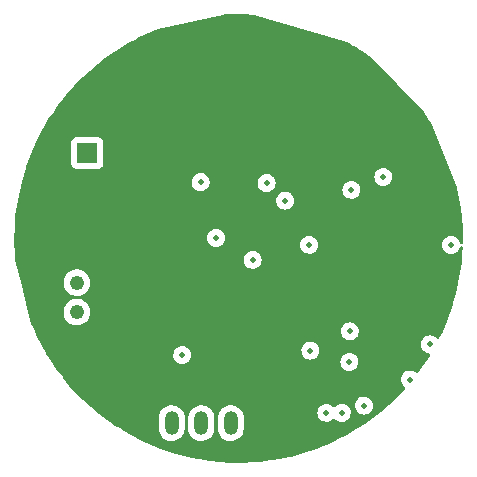
<source format=gbr>
%TF.GenerationSoftware,KiCad,Pcbnew,(6.0.1-0)*%
%TF.CreationDate,2022-04-24T11:22:29+06:00*%
%TF.ProjectId,Sound Sensor,536f756e-6420-4536-956e-736f722e6b69,rev?*%
%TF.SameCoordinates,Original*%
%TF.FileFunction,Copper,L2,Inr*%
%TF.FilePolarity,Positive*%
%FSLAX46Y46*%
G04 Gerber Fmt 4.6, Leading zero omitted, Abs format (unit mm)*
G04 Created by KiCad (PCBNEW (6.0.1-0)) date 2022-04-24 11:22:29*
%MOMM*%
%LPD*%
G01*
G04 APERTURE LIST*
%TA.AperFunction,ComponentPad*%
%ADD10O,1.200000X2.000000*%
%TD*%
%TA.AperFunction,ComponentPad*%
%ADD11R,1.700000X1.700000*%
%TD*%
%TA.AperFunction,ComponentPad*%
%ADD12O,1.700000X1.700000*%
%TD*%
%TA.AperFunction,ComponentPad*%
%ADD13C,1.228000*%
%TD*%
%TA.AperFunction,ViaPad*%
%ADD14C,0.500000*%
%TD*%
G04 APERTURE END LIST*
D10*
X201040000Y-66140000D03*
X203540000Y-66140000D03*
X206040000Y-66140000D03*
D11*
X193900000Y-43275000D03*
D12*
X193900000Y-40735000D03*
D13*
X193000000Y-56750000D03*
X193000000Y-54250000D03*
D14*
X212780000Y-60000000D03*
X216250000Y-46380000D03*
X217300000Y-64660000D03*
X210640000Y-47300000D03*
X203480000Y-45750000D03*
X205407500Y-36987500D03*
X198880000Y-49240000D03*
X214190000Y-44030000D03*
X206480000Y-44450000D03*
X217550000Y-45860000D03*
X212610000Y-66320000D03*
X210690000Y-57810000D03*
X204790000Y-50460000D03*
X222900000Y-59480000D03*
X216110000Y-58380000D03*
X215430000Y-65280000D03*
X221200000Y-62450000D03*
X201930000Y-60370000D03*
X209070000Y-45800000D03*
X207880000Y-52310000D03*
X212660000Y-51040000D03*
X218960000Y-45310000D03*
X214130000Y-65260000D03*
X224690000Y-51050000D03*
X216085000Y-60955000D03*
%TA.AperFunction,Conductor*%
G36*
X207227415Y-31515390D02*
G01*
X207233130Y-31515549D01*
X207305176Y-31519199D01*
X207933299Y-31551017D01*
X207962351Y-31555940D01*
X215852663Y-33867949D01*
X215878125Y-33878556D01*
X216250856Y-34084315D01*
X216255797Y-34087190D01*
X216620738Y-34310826D01*
X216985697Y-34534473D01*
X216990469Y-34537548D01*
X217535288Y-34906418D01*
X217699345Y-35017493D01*
X217704005Y-35020805D01*
X218058487Y-35285028D01*
X218073713Y-35298411D01*
X222262533Y-39625164D01*
X222275093Y-39640354D01*
X222480418Y-39932502D01*
X222483598Y-39937253D01*
X222943551Y-40659234D01*
X222946499Y-40664102D01*
X223080922Y-40897872D01*
X223088620Y-40913733D01*
X225129394Y-45996414D01*
X225172514Y-46103808D01*
X225177683Y-46119635D01*
X225204529Y-46224958D01*
X225205815Y-46230528D01*
X225379409Y-47068781D01*
X225380441Y-47074404D01*
X225515830Y-47919664D01*
X225516606Y-47925328D01*
X225613513Y-48775869D01*
X225614031Y-48781563D01*
X225672254Y-49635599D01*
X225672513Y-49641290D01*
X225690748Y-50444821D01*
X225691953Y-50497927D01*
X225691978Y-50502105D01*
X225687922Y-50889413D01*
X225667208Y-50957321D01*
X225613068Y-51003249D01*
X225542692Y-51012617D01*
X225478424Y-50982449D01*
X225440668Y-50922324D01*
X225436714Y-50902138D01*
X225436221Y-50897738D01*
X225434331Y-50880892D01*
X225429670Y-50867506D01*
X225380686Y-50726846D01*
X225378368Y-50720189D01*
X225372383Y-50710610D01*
X225334399Y-50649825D01*
X225288192Y-50575879D01*
X225273298Y-50560880D01*
X225190365Y-50477366D01*
X225168286Y-50455132D01*
X225152039Y-50444821D01*
X225113406Y-50420304D01*
X225024608Y-50363951D01*
X224864300Y-50306868D01*
X224695329Y-50286720D01*
X224688326Y-50287456D01*
X224688325Y-50287456D01*
X224533101Y-50303770D01*
X224533097Y-50303771D01*
X224526093Y-50304507D01*
X224519422Y-50306778D01*
X224371673Y-50357075D01*
X224371670Y-50357076D01*
X224365003Y-50359346D01*
X224359005Y-50363036D01*
X224359003Y-50363037D01*
X224226065Y-50444821D01*
X224226063Y-50444823D01*
X224220066Y-50448512D01*
X224212057Y-50456355D01*
X224105321Y-50560880D01*
X224098486Y-50567573D01*
X224094675Y-50573487D01*
X224094673Y-50573489D01*
X224010121Y-50704687D01*
X224006304Y-50710610D01*
X223948103Y-50870516D01*
X223926775Y-51039343D01*
X223943381Y-51208699D01*
X223945605Y-51215384D01*
X223945605Y-51215385D01*
X223953735Y-51239825D01*
X223997094Y-51370167D01*
X224000741Y-51376189D01*
X224000742Y-51376191D01*
X224079190Y-51505723D01*
X224085246Y-51515723D01*
X224203455Y-51638132D01*
X224209351Y-51641990D01*
X224328760Y-51720129D01*
X224345846Y-51731310D01*
X224352450Y-51733766D01*
X224352452Y-51733767D01*
X224388844Y-51747301D01*
X224505341Y-51790626D01*
X224674015Y-51813132D01*
X224681026Y-51812494D01*
X224681030Y-51812494D01*
X224836462Y-51798348D01*
X224843483Y-51797709D01*
X224850185Y-51795531D01*
X224850187Y-51795531D01*
X224998623Y-51747301D01*
X224998626Y-51747300D01*
X225005322Y-51745124D01*
X225151490Y-51657990D01*
X225156584Y-51653139D01*
X225156588Y-51653136D01*
X225244694Y-51569233D01*
X225274721Y-51540639D01*
X225368891Y-51398902D01*
X225426741Y-51246612D01*
X225469630Y-51190034D01*
X225536299Y-51165625D01*
X225605580Y-51181135D01*
X225655479Y-51231639D01*
X225670409Y-51296852D01*
X225651179Y-51737301D01*
X225650370Y-51755819D01*
X225649992Y-51761508D01*
X225584100Y-52499825D01*
X225573895Y-52614165D01*
X225573260Y-52619830D01*
X225523034Y-52991310D01*
X225458561Y-53468161D01*
X225457667Y-53473808D01*
X225304603Y-54316064D01*
X225303453Y-54321664D01*
X225112341Y-55156104D01*
X225110938Y-55161647D01*
X224882178Y-55986529D01*
X224880526Y-55992002D01*
X224833453Y-56136024D01*
X224614566Y-56805708D01*
X224612685Y-56811050D01*
X224357584Y-57486156D01*
X224310085Y-57611858D01*
X224307944Y-57617156D01*
X223980982Y-58376355D01*
X223969342Y-58403382D01*
X223966968Y-58408567D01*
X223817337Y-58716720D01*
X223695820Y-58966974D01*
X223648072Y-59019516D01*
X223579497Y-59037902D01*
X223511869Y-59016295D01*
X223493070Y-59000721D01*
X223383248Y-58890129D01*
X223378286Y-58885132D01*
X223363106Y-58875498D01*
X223306697Y-58839700D01*
X223234608Y-58793951D01*
X223074300Y-58736868D01*
X222905329Y-58716720D01*
X222898326Y-58717456D01*
X222898325Y-58717456D01*
X222743101Y-58733770D01*
X222743097Y-58733771D01*
X222736093Y-58734507D01*
X222729422Y-58736778D01*
X222581673Y-58787075D01*
X222581670Y-58787076D01*
X222575003Y-58789346D01*
X222569005Y-58793036D01*
X222569003Y-58793037D01*
X222436065Y-58874821D01*
X222436063Y-58874823D01*
X222430066Y-58878512D01*
X222308486Y-58997573D01*
X222304675Y-59003487D01*
X222304673Y-59003489D01*
X222282495Y-59037902D01*
X222216304Y-59140610D01*
X222158103Y-59300516D01*
X222136775Y-59469343D01*
X222153381Y-59638699D01*
X222155605Y-59645384D01*
X222155605Y-59645385D01*
X222168130Y-59683037D01*
X222207094Y-59800167D01*
X222210741Y-59806189D01*
X222210742Y-59806191D01*
X222229941Y-59837891D01*
X222295246Y-59945723D01*
X222413455Y-60068132D01*
X222555846Y-60161310D01*
X222562450Y-60163766D01*
X222562452Y-60163767D01*
X222616580Y-60183897D01*
X222715341Y-60220626D01*
X222722324Y-60221558D01*
X222722325Y-60221558D01*
X222797954Y-60231649D01*
X222862830Y-60260485D01*
X222901819Y-60319818D01*
X222902539Y-60390811D01*
X222889179Y-60421625D01*
X222736946Y-60673985D01*
X222733882Y-60678812D01*
X222258930Y-61390973D01*
X222255651Y-61395657D01*
X221903335Y-61875277D01*
X221846886Y-61918336D01*
X221776119Y-61924041D01*
X221712382Y-61889467D01*
X221683248Y-61860129D01*
X221678286Y-61855132D01*
X221662039Y-61844821D01*
X221623406Y-61820304D01*
X221534608Y-61763951D01*
X221374300Y-61706868D01*
X221205329Y-61686720D01*
X221198326Y-61687456D01*
X221198325Y-61687456D01*
X221043101Y-61703770D01*
X221043097Y-61703771D01*
X221036093Y-61704507D01*
X221029422Y-61706778D01*
X220881673Y-61757075D01*
X220881670Y-61757076D01*
X220875003Y-61759346D01*
X220869005Y-61763036D01*
X220869003Y-61763037D01*
X220736065Y-61844821D01*
X220736063Y-61844823D01*
X220730066Y-61848512D01*
X220608486Y-61967573D01*
X220604675Y-61973487D01*
X220604673Y-61973489D01*
X220588321Y-61998862D01*
X220516304Y-62110610D01*
X220458103Y-62270516D01*
X220436775Y-62439343D01*
X220453381Y-62608699D01*
X220507094Y-62770167D01*
X220595246Y-62915723D01*
X220713455Y-63038132D01*
X220719351Y-63041990D01*
X220719352Y-63041991D01*
X220746813Y-63059961D01*
X220792862Y-63113998D01*
X220802385Y-63184353D01*
X220772190Y-63248882D01*
X220636884Y-63401818D01*
X220633015Y-63405995D01*
X220445704Y-63599285D01*
X220037502Y-64020518D01*
X220037275Y-64020752D01*
X220033211Y-64024759D01*
X219837053Y-64209609D01*
X219410211Y-64611844D01*
X219405962Y-64615670D01*
X218756970Y-65173891D01*
X218752552Y-65177520D01*
X218078919Y-65705715D01*
X218074342Y-65709139D01*
X217377404Y-66206261D01*
X217372675Y-66209475D01*
X216653940Y-66674445D01*
X216649070Y-66677441D01*
X215909980Y-67109330D01*
X215904980Y-67112102D01*
X215147031Y-67510035D01*
X215141930Y-67512567D01*
X214845656Y-67651352D01*
X214366719Y-67875702D01*
X214361488Y-67878009D01*
X213570608Y-68205603D01*
X213565278Y-68207670D01*
X212760370Y-68499042D01*
X212754951Y-68500866D01*
X211937636Y-68755431D01*
X211932140Y-68757007D01*
X211104125Y-68974232D01*
X211098564Y-68975557D01*
X210474705Y-69109301D01*
X210263669Y-69154544D01*
X210260424Y-69155194D01*
X210255262Y-69156159D01*
X210252943Y-69156570D01*
X209411609Y-69297361D01*
X209405970Y-69298174D01*
X208949701Y-69353388D01*
X208556135Y-69401015D01*
X208550445Y-69401573D01*
X207696833Y-69465756D01*
X207691124Y-69466056D01*
X207214325Y-69480207D01*
X206835416Y-69491453D01*
X206829719Y-69491492D01*
X206175937Y-69481221D01*
X205973808Y-69478046D01*
X205968095Y-69477827D01*
X205113652Y-69425567D01*
X205107955Y-69425089D01*
X204256744Y-69334121D01*
X204251074Y-69333384D01*
X203471254Y-69214055D01*
X203463957Y-69212718D01*
X203191979Y-69154541D01*
X202085630Y-68917889D01*
X202081798Y-68917004D01*
X201723256Y-68828274D01*
X201717781Y-68826787D01*
X201079925Y-68637845D01*
X200896987Y-68583656D01*
X200891544Y-68581909D01*
X200637918Y-68494084D01*
X200082608Y-68301791D01*
X200077276Y-68299808D01*
X199679577Y-68141544D01*
X199281891Y-67983285D01*
X199276628Y-67981051D01*
X198496421Y-67628774D01*
X198491292Y-67626317D01*
X197727828Y-67238990D01*
X197722834Y-67236311D01*
X197719598Y-67234480D01*
X196977753Y-66814764D01*
X196972863Y-66811848D01*
X196623743Y-66592846D01*
X199931500Y-66592846D01*
X199946548Y-66750566D01*
X200006092Y-66953534D01*
X200102942Y-67141580D01*
X200233604Y-67307920D01*
X200238135Y-67311852D01*
X200238138Y-67311855D01*
X200324058Y-67386412D01*
X200393363Y-67446552D01*
X200398549Y-67449552D01*
X200398553Y-67449555D01*
X200560665Y-67543339D01*
X200576454Y-67552473D01*
X200776271Y-67621861D01*
X200782206Y-67622722D01*
X200782208Y-67622722D01*
X200979664Y-67651352D01*
X200979667Y-67651352D01*
X200985604Y-67652213D01*
X201196899Y-67642433D01*
X201328077Y-67610819D01*
X201396701Y-67594281D01*
X201396703Y-67594280D01*
X201402534Y-67592875D01*
X201407992Y-67590393D01*
X201407996Y-67590392D01*
X201584741Y-67510030D01*
X201595087Y-67505326D01*
X201767611Y-67382946D01*
X201913881Y-67230150D01*
X202028620Y-67052452D01*
X202070801Y-66947786D01*
X202105442Y-66861832D01*
X202105443Y-66861829D01*
X202107686Y-66856263D01*
X202148228Y-66648663D01*
X202148500Y-66643101D01*
X202148500Y-66592846D01*
X202431500Y-66592846D01*
X202446548Y-66750566D01*
X202506092Y-66953534D01*
X202602942Y-67141580D01*
X202733604Y-67307920D01*
X202738135Y-67311852D01*
X202738138Y-67311855D01*
X202824058Y-67386412D01*
X202893363Y-67446552D01*
X202898549Y-67449552D01*
X202898553Y-67449555D01*
X203060665Y-67543339D01*
X203076454Y-67552473D01*
X203276271Y-67621861D01*
X203282206Y-67622722D01*
X203282208Y-67622722D01*
X203479664Y-67651352D01*
X203479667Y-67651352D01*
X203485604Y-67652213D01*
X203696899Y-67642433D01*
X203828077Y-67610819D01*
X203896701Y-67594281D01*
X203896703Y-67594280D01*
X203902534Y-67592875D01*
X203907992Y-67590393D01*
X203907996Y-67590392D01*
X204084741Y-67510030D01*
X204095087Y-67505326D01*
X204267611Y-67382946D01*
X204413881Y-67230150D01*
X204528620Y-67052452D01*
X204570801Y-66947786D01*
X204605442Y-66861832D01*
X204605443Y-66861829D01*
X204607686Y-66856263D01*
X204648228Y-66648663D01*
X204648500Y-66643101D01*
X204648500Y-66592846D01*
X204931500Y-66592846D01*
X204946548Y-66750566D01*
X205006092Y-66953534D01*
X205102942Y-67141580D01*
X205233604Y-67307920D01*
X205238135Y-67311852D01*
X205238138Y-67311855D01*
X205324058Y-67386412D01*
X205393363Y-67446552D01*
X205398549Y-67449552D01*
X205398553Y-67449555D01*
X205560665Y-67543339D01*
X205576454Y-67552473D01*
X205776271Y-67621861D01*
X205782206Y-67622722D01*
X205782208Y-67622722D01*
X205979664Y-67651352D01*
X205979667Y-67651352D01*
X205985604Y-67652213D01*
X206196899Y-67642433D01*
X206328077Y-67610819D01*
X206396701Y-67594281D01*
X206396703Y-67594280D01*
X206402534Y-67592875D01*
X206407992Y-67590393D01*
X206407996Y-67590392D01*
X206584741Y-67510030D01*
X206595087Y-67505326D01*
X206767611Y-67382946D01*
X206913881Y-67230150D01*
X207028620Y-67052452D01*
X207070801Y-66947786D01*
X207105442Y-66861832D01*
X207105443Y-66861829D01*
X207107686Y-66856263D01*
X207148228Y-66648663D01*
X207148500Y-66643101D01*
X207148500Y-65687154D01*
X207133452Y-65529434D01*
X207073908Y-65326466D01*
X207058921Y-65297366D01*
X207034188Y-65249343D01*
X213366775Y-65249343D01*
X213383381Y-65418699D01*
X213437094Y-65580167D01*
X213440741Y-65586189D01*
X213440742Y-65586191D01*
X213514204Y-65707490D01*
X213525246Y-65725723D01*
X213643455Y-65848132D01*
X213785846Y-65941310D01*
X213792450Y-65943766D01*
X213792452Y-65943767D01*
X213828844Y-65957301D01*
X213945341Y-66000626D01*
X214114015Y-66023132D01*
X214121026Y-66022494D01*
X214121030Y-66022494D01*
X214276462Y-66008348D01*
X214283483Y-66007709D01*
X214290185Y-66005531D01*
X214290187Y-66005531D01*
X214438623Y-65957301D01*
X214438626Y-65957300D01*
X214445322Y-65955124D01*
X214591490Y-65867990D01*
X214642768Y-65819159D01*
X214684160Y-65779742D01*
X214747285Y-65747250D01*
X214817956Y-65754044D01*
X214861689Y-65783461D01*
X214943455Y-65868132D01*
X214949351Y-65871990D01*
X215079720Y-65957301D01*
X215085846Y-65961310D01*
X215092450Y-65963766D01*
X215092452Y-65963767D01*
X215128844Y-65977301D01*
X215245341Y-66020626D01*
X215414015Y-66043132D01*
X215421026Y-66042494D01*
X215421030Y-66042494D01*
X215576462Y-66028348D01*
X215583483Y-66027709D01*
X215590185Y-66025531D01*
X215590187Y-66025531D01*
X215738623Y-65977301D01*
X215738626Y-65977300D01*
X215745322Y-65975124D01*
X215891490Y-65887990D01*
X215896584Y-65883139D01*
X215896588Y-65883136D01*
X215963833Y-65819099D01*
X216014721Y-65770639D01*
X216057857Y-65705715D01*
X216087386Y-65661269D01*
X216108891Y-65628902D01*
X216169319Y-65469825D01*
X216193001Y-65301313D01*
X216193299Y-65280000D01*
X216174331Y-65110892D01*
X216118368Y-64950189D01*
X216028192Y-64805879D01*
X216009033Y-64786585D01*
X215913248Y-64690129D01*
X215908286Y-64685132D01*
X215902269Y-64681313D01*
X215851892Y-64649343D01*
X216536775Y-64649343D01*
X216553381Y-64818699D01*
X216607094Y-64980167D01*
X216610741Y-64986189D01*
X216610742Y-64986191D01*
X216690503Y-65117891D01*
X216695246Y-65125723D01*
X216813455Y-65248132D01*
X216955846Y-65341310D01*
X216962450Y-65343766D01*
X216962452Y-65343767D01*
X216998844Y-65357301D01*
X217115341Y-65400626D01*
X217284015Y-65423132D01*
X217291026Y-65422494D01*
X217291030Y-65422494D01*
X217446462Y-65408348D01*
X217453483Y-65407709D01*
X217460185Y-65405531D01*
X217460187Y-65405531D01*
X217608623Y-65357301D01*
X217608626Y-65357300D01*
X217615322Y-65355124D01*
X217761490Y-65267990D01*
X217766584Y-65263139D01*
X217766588Y-65263136D01*
X217860304Y-65173891D01*
X217884721Y-65150639D01*
X217889298Y-65143751D01*
X217974990Y-65014773D01*
X217978891Y-65008902D01*
X218039319Y-64849825D01*
X218063001Y-64681313D01*
X218063157Y-64670129D01*
X218063244Y-64663961D01*
X218063244Y-64663955D01*
X218063299Y-64660000D01*
X218044331Y-64490892D01*
X217988368Y-64330189D01*
X217982383Y-64320610D01*
X217913020Y-64209609D01*
X217898192Y-64185879D01*
X217778286Y-64065132D01*
X217762039Y-64054821D01*
X217707986Y-64020518D01*
X217634608Y-63973951D01*
X217474300Y-63916868D01*
X217305329Y-63896720D01*
X217298326Y-63897456D01*
X217298325Y-63897456D01*
X217143101Y-63913770D01*
X217143097Y-63913771D01*
X217136093Y-63914507D01*
X217129422Y-63916778D01*
X216981673Y-63967075D01*
X216981670Y-63967076D01*
X216975003Y-63969346D01*
X216969005Y-63973036D01*
X216969003Y-63973037D01*
X216836065Y-64054821D01*
X216836063Y-64054823D01*
X216830066Y-64058512D01*
X216708486Y-64177573D01*
X216704675Y-64183487D01*
X216704673Y-64183489D01*
X216687840Y-64209609D01*
X216616304Y-64320610D01*
X216558103Y-64480516D01*
X216536775Y-64649343D01*
X215851892Y-64649343D01*
X215840871Y-64642349D01*
X215764608Y-64593951D01*
X215604300Y-64536868D01*
X215435329Y-64516720D01*
X215428326Y-64517456D01*
X215428325Y-64517456D01*
X215273101Y-64533770D01*
X215273097Y-64533771D01*
X215266093Y-64534507D01*
X215259422Y-64536778D01*
X215111673Y-64587075D01*
X215111670Y-64587076D01*
X215105003Y-64589346D01*
X215099005Y-64593036D01*
X215099003Y-64593037D01*
X214966065Y-64674821D01*
X214966063Y-64674823D01*
X214960066Y-64678512D01*
X214879120Y-64757781D01*
X214877854Y-64759021D01*
X214815189Y-64792391D01*
X214744430Y-64786585D01*
X214700290Y-64757781D01*
X214633109Y-64690129D01*
X214608286Y-64665132D01*
X214600367Y-64660106D01*
X214553406Y-64630304D01*
X214464608Y-64573951D01*
X214304300Y-64516868D01*
X214135329Y-64496720D01*
X214128326Y-64497456D01*
X214128325Y-64497456D01*
X213973101Y-64513770D01*
X213973097Y-64513771D01*
X213966093Y-64514507D01*
X213959422Y-64516778D01*
X213811673Y-64567075D01*
X213811670Y-64567076D01*
X213805003Y-64569346D01*
X213799005Y-64573036D01*
X213799003Y-64573037D01*
X213666065Y-64654821D01*
X213666063Y-64654823D01*
X213660066Y-64658512D01*
X213630848Y-64687125D01*
X213557431Y-64759021D01*
X213538486Y-64777573D01*
X213534675Y-64783487D01*
X213534673Y-64783489D01*
X213461485Y-64897054D01*
X213446304Y-64920610D01*
X213416566Y-65002314D01*
X213399265Y-65049850D01*
X213388103Y-65080516D01*
X213366775Y-65249343D01*
X207034188Y-65249343D01*
X206979804Y-65143751D01*
X206979802Y-65143748D01*
X206977058Y-65138420D01*
X206846396Y-64972080D01*
X206841865Y-64968148D01*
X206841862Y-64968145D01*
X206691167Y-64837379D01*
X206686637Y-64833448D01*
X206681451Y-64830448D01*
X206681447Y-64830445D01*
X206508742Y-64730533D01*
X206503546Y-64727527D01*
X206303729Y-64658139D01*
X206297794Y-64657278D01*
X206297792Y-64657278D01*
X206100336Y-64628648D01*
X206100333Y-64628648D01*
X206094396Y-64627787D01*
X205883101Y-64637567D01*
X205751923Y-64669181D01*
X205683299Y-64685719D01*
X205683297Y-64685720D01*
X205677466Y-64687125D01*
X205672008Y-64689607D01*
X205672004Y-64689608D01*
X205556959Y-64741916D01*
X205484913Y-64774674D01*
X205402057Y-64833448D01*
X205338254Y-64878707D01*
X205312389Y-64897054D01*
X205166119Y-65049850D01*
X205051380Y-65227548D01*
X205033629Y-65271594D01*
X204999966Y-65355124D01*
X204972314Y-65423737D01*
X204931772Y-65631337D01*
X204931500Y-65636899D01*
X204931500Y-66592846D01*
X204648500Y-66592846D01*
X204648500Y-65687154D01*
X204633452Y-65529434D01*
X204573908Y-65326466D01*
X204558921Y-65297366D01*
X204479804Y-65143751D01*
X204479802Y-65143748D01*
X204477058Y-65138420D01*
X204346396Y-64972080D01*
X204341865Y-64968148D01*
X204341862Y-64968145D01*
X204191167Y-64837379D01*
X204186637Y-64833448D01*
X204181451Y-64830448D01*
X204181447Y-64830445D01*
X204008742Y-64730533D01*
X204003546Y-64727527D01*
X203803729Y-64658139D01*
X203797794Y-64657278D01*
X203797792Y-64657278D01*
X203600336Y-64628648D01*
X203600333Y-64628648D01*
X203594396Y-64627787D01*
X203383101Y-64637567D01*
X203251923Y-64669181D01*
X203183299Y-64685719D01*
X203183297Y-64685720D01*
X203177466Y-64687125D01*
X203172008Y-64689607D01*
X203172004Y-64689608D01*
X203056959Y-64741916D01*
X202984913Y-64774674D01*
X202902057Y-64833448D01*
X202838254Y-64878707D01*
X202812389Y-64897054D01*
X202666119Y-65049850D01*
X202551380Y-65227548D01*
X202533629Y-65271594D01*
X202499966Y-65355124D01*
X202472314Y-65423737D01*
X202431772Y-65631337D01*
X202431500Y-65636899D01*
X202431500Y-66592846D01*
X202148500Y-66592846D01*
X202148500Y-65687154D01*
X202133452Y-65529434D01*
X202073908Y-65326466D01*
X202058921Y-65297366D01*
X201979804Y-65143751D01*
X201979802Y-65143748D01*
X201977058Y-65138420D01*
X201846396Y-64972080D01*
X201841865Y-64968148D01*
X201841862Y-64968145D01*
X201691167Y-64837379D01*
X201686637Y-64833448D01*
X201681451Y-64830448D01*
X201681447Y-64830445D01*
X201508742Y-64730533D01*
X201503546Y-64727527D01*
X201303729Y-64658139D01*
X201297794Y-64657278D01*
X201297792Y-64657278D01*
X201100336Y-64628648D01*
X201100333Y-64628648D01*
X201094396Y-64627787D01*
X200883101Y-64637567D01*
X200751923Y-64669181D01*
X200683299Y-64685719D01*
X200683297Y-64685720D01*
X200677466Y-64687125D01*
X200672008Y-64689607D01*
X200672004Y-64689608D01*
X200556959Y-64741916D01*
X200484913Y-64774674D01*
X200402057Y-64833448D01*
X200338254Y-64878707D01*
X200312389Y-64897054D01*
X200166119Y-65049850D01*
X200051380Y-65227548D01*
X200033629Y-65271594D01*
X199999966Y-65355124D01*
X199972314Y-65423737D01*
X199931772Y-65631337D01*
X199931500Y-65636899D01*
X199931500Y-66592846D01*
X196623743Y-66592846D01*
X196247695Y-66356952D01*
X196242922Y-66353805D01*
X196029841Y-66206261D01*
X195539135Y-65866480D01*
X195534529Y-65863135D01*
X194853550Y-65344367D01*
X194849082Y-65340800D01*
X194192354Y-64791690D01*
X194188053Y-64787924D01*
X193556933Y-64209609D01*
X193552806Y-64205652D01*
X192948552Y-63599285D01*
X192944610Y-63595145D01*
X192368470Y-62961976D01*
X192364731Y-62957675D01*
X191817915Y-62299033D01*
X191814373Y-62294564D01*
X191801473Y-62277506D01*
X191297990Y-61611783D01*
X191294653Y-61607155D01*
X191264300Y-61562990D01*
X190968428Y-61132494D01*
X190809786Y-60901669D01*
X190806656Y-60896885D01*
X190472065Y-60359343D01*
X201166775Y-60359343D01*
X201183381Y-60528699D01*
X201237094Y-60690167D01*
X201240741Y-60696189D01*
X201240742Y-60696191D01*
X201293017Y-60782506D01*
X201325246Y-60835723D01*
X201443455Y-60958132D01*
X201585846Y-61051310D01*
X201592450Y-61053766D01*
X201592452Y-61053767D01*
X201628844Y-61067301D01*
X201745341Y-61110626D01*
X201914015Y-61133132D01*
X201921026Y-61132494D01*
X201921030Y-61132494D01*
X202076462Y-61118348D01*
X202083483Y-61117709D01*
X202090185Y-61115531D01*
X202090187Y-61115531D01*
X202238623Y-61067301D01*
X202238626Y-61067300D01*
X202245322Y-61065124D01*
X202391490Y-60977990D01*
X202396584Y-60973139D01*
X202396588Y-60973136D01*
X202426823Y-60944343D01*
X215321775Y-60944343D01*
X215338381Y-61113699D01*
X215392094Y-61275167D01*
X215395741Y-61281189D01*
X215395742Y-61281191D01*
X215463677Y-61393364D01*
X215480246Y-61420723D01*
X215598455Y-61543132D01*
X215604351Y-61546990D01*
X215703379Y-61611792D01*
X215740846Y-61636310D01*
X215747450Y-61638766D01*
X215747452Y-61638767D01*
X215783844Y-61652301D01*
X215900341Y-61695626D01*
X216069015Y-61718132D01*
X216076026Y-61717494D01*
X216076030Y-61717494D01*
X216231462Y-61703348D01*
X216238483Y-61702709D01*
X216245185Y-61700531D01*
X216245187Y-61700531D01*
X216393623Y-61652301D01*
X216393626Y-61652300D01*
X216400322Y-61650124D01*
X216546490Y-61562990D01*
X216551584Y-61558139D01*
X216551588Y-61558136D01*
X216618833Y-61494099D01*
X216669721Y-61445639D01*
X216704453Y-61393364D01*
X216759990Y-61309773D01*
X216763891Y-61303902D01*
X216824319Y-61144825D01*
X216848001Y-60976313D01*
X216848118Y-60967964D01*
X216848244Y-60958961D01*
X216848244Y-60958955D01*
X216848299Y-60955000D01*
X216829331Y-60785892D01*
X216806003Y-60718902D01*
X216793767Y-60683767D01*
X216773368Y-60625189D01*
X216767383Y-60615610D01*
X216736641Y-60566414D01*
X216683192Y-60480879D01*
X216563286Y-60360132D01*
X216547039Y-60349821D01*
X216499761Y-60319818D01*
X216419608Y-60268951D01*
X216259300Y-60211868D01*
X216090329Y-60191720D01*
X216083326Y-60192456D01*
X216083325Y-60192456D01*
X215928101Y-60208770D01*
X215928097Y-60208771D01*
X215921093Y-60209507D01*
X215914422Y-60211778D01*
X215766673Y-60262075D01*
X215766670Y-60262076D01*
X215760003Y-60264346D01*
X215754005Y-60268036D01*
X215754003Y-60268037D01*
X215621065Y-60349821D01*
X215621063Y-60349823D01*
X215615066Y-60353512D01*
X215493486Y-60472573D01*
X215489675Y-60478487D01*
X215489673Y-60478489D01*
X215416526Y-60591990D01*
X215401304Y-60615610D01*
X215343103Y-60775516D01*
X215321775Y-60944343D01*
X202426823Y-60944343D01*
X202476659Y-60896885D01*
X202514721Y-60860639D01*
X202608891Y-60718902D01*
X202669319Y-60559825D01*
X202693001Y-60391313D01*
X202693299Y-60370000D01*
X202674331Y-60200892D01*
X202671428Y-60192554D01*
X202620686Y-60046846D01*
X202618368Y-60040189D01*
X202612383Y-60030610D01*
X202590420Y-59995464D01*
X202586595Y-59989343D01*
X212016775Y-59989343D01*
X212033381Y-60158699D01*
X212035605Y-60165384D01*
X212035605Y-60165385D01*
X212044610Y-60192456D01*
X212087094Y-60320167D01*
X212090741Y-60326189D01*
X212090742Y-60326191D01*
X212132550Y-60395223D01*
X212175246Y-60465723D01*
X212293455Y-60588132D01*
X212435846Y-60681310D01*
X212442450Y-60683766D01*
X212442452Y-60683767D01*
X212478844Y-60697301D01*
X212595341Y-60740626D01*
X212764015Y-60763132D01*
X212771026Y-60762494D01*
X212771030Y-60762494D01*
X212926462Y-60748348D01*
X212933483Y-60747709D01*
X212940185Y-60745531D01*
X212940187Y-60745531D01*
X213088623Y-60697301D01*
X213088626Y-60697300D01*
X213095322Y-60695124D01*
X213241490Y-60607990D01*
X213246584Y-60603139D01*
X213246588Y-60603136D01*
X213332114Y-60521690D01*
X213364721Y-60490639D01*
X213372794Y-60478489D01*
X213431047Y-60390811D01*
X213458891Y-60348902D01*
X213519319Y-60189825D01*
X213543001Y-60021313D01*
X213543299Y-60000000D01*
X213524331Y-59830892D01*
X213468368Y-59670189D01*
X213462383Y-59660610D01*
X213429229Y-59607554D01*
X213378192Y-59525879D01*
X213258286Y-59405132D01*
X213242039Y-59394821D01*
X213203406Y-59370304D01*
X213114608Y-59313951D01*
X212954300Y-59256868D01*
X212785329Y-59236720D01*
X212778326Y-59237456D01*
X212778325Y-59237456D01*
X212623101Y-59253770D01*
X212623097Y-59253771D01*
X212616093Y-59254507D01*
X212609422Y-59256778D01*
X212461673Y-59307075D01*
X212461670Y-59307076D01*
X212455003Y-59309346D01*
X212449005Y-59313036D01*
X212449003Y-59313037D01*
X212316065Y-59394821D01*
X212316063Y-59394823D01*
X212310066Y-59398512D01*
X212188486Y-59517573D01*
X212184675Y-59523487D01*
X212184673Y-59523489D01*
X212120046Y-59623770D01*
X212096304Y-59660610D01*
X212038103Y-59820516D01*
X212016775Y-59989343D01*
X202586595Y-59989343D01*
X202528192Y-59895879D01*
X202408286Y-59775132D01*
X202392039Y-59764821D01*
X202353406Y-59740304D01*
X202264608Y-59683951D01*
X202104300Y-59626868D01*
X201935329Y-59606720D01*
X201928326Y-59607456D01*
X201928325Y-59607456D01*
X201773101Y-59623770D01*
X201773097Y-59623771D01*
X201766093Y-59624507D01*
X201759422Y-59626778D01*
X201611673Y-59677075D01*
X201611670Y-59677076D01*
X201605003Y-59679346D01*
X201599005Y-59683036D01*
X201599003Y-59683037D01*
X201466065Y-59764821D01*
X201466063Y-59764823D01*
X201460066Y-59768512D01*
X201338486Y-59887573D01*
X201334675Y-59893487D01*
X201334673Y-59893489D01*
X201250121Y-60024687D01*
X201246304Y-60030610D01*
X201243894Y-60037232D01*
X201202235Y-60151690D01*
X201188103Y-60190516D01*
X201166775Y-60359343D01*
X190472065Y-60359343D01*
X190414329Y-60266586D01*
X190354302Y-60170149D01*
X190351394Y-60165233D01*
X190284959Y-60046846D01*
X190154234Y-59813897D01*
X189932458Y-59418696D01*
X189929774Y-59413648D01*
X189545140Y-58648889D01*
X189542688Y-58643725D01*
X189419951Y-58369343D01*
X215346775Y-58369343D01*
X215363381Y-58538699D01*
X215417094Y-58700167D01*
X215420741Y-58706189D01*
X215420742Y-58706191D01*
X215473892Y-58793951D01*
X215505246Y-58845723D01*
X215623455Y-58968132D01*
X215765846Y-59061310D01*
X215772450Y-59063766D01*
X215772452Y-59063767D01*
X215808844Y-59077301D01*
X215925341Y-59120626D01*
X216094015Y-59143132D01*
X216101026Y-59142494D01*
X216101030Y-59142494D01*
X216256462Y-59128348D01*
X216263483Y-59127709D01*
X216270185Y-59125531D01*
X216270187Y-59125531D01*
X216418623Y-59077301D01*
X216418626Y-59077300D01*
X216425322Y-59075124D01*
X216571490Y-58987990D01*
X216576584Y-58983139D01*
X216576588Y-58983136D01*
X216674254Y-58890129D01*
X216694721Y-58870639D01*
X216788891Y-58728902D01*
X216849319Y-58569825D01*
X216873001Y-58401313D01*
X216873299Y-58380000D01*
X216854331Y-58210892D01*
X216798368Y-58050189D01*
X216792383Y-58040610D01*
X216770420Y-58005464D01*
X216708192Y-57905879D01*
X216664928Y-57862311D01*
X216593248Y-57790129D01*
X216588286Y-57785132D01*
X216575517Y-57777028D01*
X216513214Y-57737490D01*
X216444608Y-57693951D01*
X216284300Y-57636868D01*
X216115329Y-57616720D01*
X216108326Y-57617456D01*
X216108325Y-57617456D01*
X215953101Y-57633770D01*
X215953097Y-57633771D01*
X215946093Y-57634507D01*
X215939422Y-57636778D01*
X215791673Y-57687075D01*
X215791670Y-57687076D01*
X215785003Y-57689346D01*
X215779005Y-57693036D01*
X215779003Y-57693037D01*
X215646065Y-57774821D01*
X215646063Y-57774823D01*
X215640066Y-57778512D01*
X215518486Y-57897573D01*
X215426304Y-58040610D01*
X215368103Y-58200516D01*
X215346775Y-58369343D01*
X189419951Y-58369343D01*
X189193145Y-57862311D01*
X189190930Y-57857041D01*
X189140352Y-57728643D01*
X189135308Y-57712867D01*
X188888628Y-56720490D01*
X191873077Y-56720490D01*
X191886570Y-56926350D01*
X191937352Y-57126303D01*
X192023722Y-57313654D01*
X192142788Y-57482129D01*
X192146922Y-57486156D01*
X192278699Y-57614528D01*
X192290561Y-57626084D01*
X192295364Y-57629293D01*
X192295365Y-57629294D01*
X192310240Y-57639233D01*
X192462095Y-57740698D01*
X192541517Y-57774821D01*
X192646332Y-57819854D01*
X192646336Y-57819855D01*
X192651642Y-57822135D01*
X192657274Y-57823409D01*
X192657276Y-57823410D01*
X192847220Y-57866390D01*
X192847225Y-57866391D01*
X192852857Y-57867665D01*
X192858628Y-57867892D01*
X192858630Y-57867892D01*
X192922513Y-57870402D01*
X193058999Y-57875764D01*
X193169817Y-57859696D01*
X193257451Y-57846990D01*
X193257456Y-57846989D01*
X193263165Y-57846161D01*
X193268629Y-57844306D01*
X193268634Y-57844305D01*
X193428231Y-57790129D01*
X193458518Y-57779848D01*
X193638515Y-57679045D01*
X193797128Y-57547128D01*
X193929045Y-57388515D01*
X194029848Y-57208518D01*
X194096161Y-57013165D01*
X194125764Y-56808999D01*
X194127309Y-56750000D01*
X194108432Y-56544564D01*
X194101885Y-56521348D01*
X194054003Y-56351574D01*
X194052434Y-56346009D01*
X193961189Y-56160983D01*
X193837754Y-55995683D01*
X193830841Y-55989292D01*
X193690497Y-55859561D01*
X193686262Y-55855646D01*
X193511788Y-55745560D01*
X193320173Y-55669114D01*
X193314513Y-55667988D01*
X193314509Y-55667987D01*
X193123504Y-55629994D01*
X193123499Y-55629994D01*
X193117836Y-55628867D01*
X193112061Y-55628791D01*
X193112057Y-55628791D01*
X193008575Y-55627436D01*
X192911552Y-55626166D01*
X192905855Y-55627145D01*
X192905854Y-55627145D01*
X192896275Y-55628791D01*
X192708231Y-55661103D01*
X192514681Y-55732507D01*
X192509720Y-55735459D01*
X192509719Y-55735459D01*
X192342352Y-55835032D01*
X192342349Y-55835034D01*
X192337384Y-55837988D01*
X192333044Y-55841794D01*
X192333040Y-55841797D01*
X192186620Y-55970205D01*
X192182279Y-55974012D01*
X192054559Y-56136024D01*
X192051870Y-56141135D01*
X192051868Y-56141138D01*
X191999510Y-56240655D01*
X191958502Y-56318598D01*
X191956788Y-56324119D01*
X191956786Y-56324123D01*
X191948263Y-56351574D01*
X191897325Y-56515619D01*
X191873077Y-56720490D01*
X188888628Y-56720490D01*
X188267191Y-54220490D01*
X191873077Y-54220490D01*
X191886570Y-54426350D01*
X191937352Y-54626303D01*
X192023722Y-54813654D01*
X192142788Y-54982129D01*
X192290561Y-55126084D01*
X192462095Y-55240698D01*
X192546654Y-55277028D01*
X192646332Y-55319854D01*
X192646336Y-55319855D01*
X192651642Y-55322135D01*
X192657274Y-55323409D01*
X192657276Y-55323410D01*
X192847220Y-55366390D01*
X192847225Y-55366391D01*
X192852857Y-55367665D01*
X192858628Y-55367892D01*
X192858630Y-55367892D01*
X192922513Y-55370402D01*
X193058999Y-55375764D01*
X193161082Y-55360962D01*
X193257451Y-55346990D01*
X193257456Y-55346989D01*
X193263165Y-55346161D01*
X193268629Y-55344306D01*
X193268634Y-55344305D01*
X193453050Y-55281704D01*
X193458518Y-55279848D01*
X193638515Y-55179045D01*
X193797128Y-55047128D01*
X193929045Y-54888515D01*
X194029848Y-54708518D01*
X194096161Y-54513165D01*
X194125764Y-54308999D01*
X194127309Y-54250000D01*
X194108432Y-54044564D01*
X194101885Y-54021348D01*
X194054003Y-53851574D01*
X194052434Y-53846009D01*
X193961189Y-53660983D01*
X193837754Y-53495683D01*
X193819218Y-53478548D01*
X193690497Y-53359561D01*
X193686262Y-53355646D01*
X193511788Y-53245560D01*
X193320173Y-53169114D01*
X193314513Y-53167988D01*
X193314509Y-53167987D01*
X193123504Y-53129994D01*
X193123499Y-53129994D01*
X193117836Y-53128867D01*
X193112061Y-53128791D01*
X193112057Y-53128791D01*
X193008575Y-53127436D01*
X192911552Y-53126166D01*
X192905855Y-53127145D01*
X192905854Y-53127145D01*
X192896275Y-53128791D01*
X192708231Y-53161103D01*
X192514681Y-53232507D01*
X192509720Y-53235459D01*
X192509719Y-53235459D01*
X192342352Y-53335032D01*
X192342349Y-53335034D01*
X192337384Y-53337988D01*
X192333044Y-53341794D01*
X192333040Y-53341797D01*
X192188951Y-53468161D01*
X192182279Y-53474012D01*
X192054559Y-53636024D01*
X192051870Y-53641135D01*
X192051868Y-53641138D01*
X192003738Y-53732619D01*
X191958502Y-53818598D01*
X191956788Y-53824119D01*
X191956786Y-53824123D01*
X191909875Y-53975203D01*
X191897325Y-54015619D01*
X191873077Y-54220490D01*
X188267191Y-54220490D01*
X187805606Y-52363563D01*
X187802553Y-52346124D01*
X187801023Y-52331313D01*
X187797719Y-52299343D01*
X207116775Y-52299343D01*
X207133381Y-52468699D01*
X207187094Y-52630167D01*
X207190741Y-52636189D01*
X207190742Y-52636191D01*
X207204497Y-52658902D01*
X207275246Y-52775723D01*
X207393455Y-52898132D01*
X207535846Y-52991310D01*
X207542450Y-52993766D01*
X207542452Y-52993767D01*
X207578844Y-53007301D01*
X207695341Y-53050626D01*
X207864015Y-53073132D01*
X207871026Y-53072494D01*
X207871030Y-53072494D01*
X208026462Y-53058348D01*
X208033483Y-53057709D01*
X208040185Y-53055531D01*
X208040187Y-53055531D01*
X208188623Y-53007301D01*
X208188626Y-53007300D01*
X208195322Y-53005124D01*
X208341490Y-52917990D01*
X208346584Y-52913139D01*
X208346588Y-52913136D01*
X208413833Y-52849099D01*
X208464721Y-52800639D01*
X208558891Y-52658902D01*
X208619319Y-52499825D01*
X208643001Y-52331313D01*
X208643299Y-52310000D01*
X208624331Y-52140892D01*
X208568368Y-51980189D01*
X208562383Y-51970610D01*
X208540420Y-51935464D01*
X208478192Y-51835879D01*
X208455604Y-51813132D01*
X208384488Y-51741518D01*
X208358286Y-51715132D01*
X208342039Y-51704821D01*
X208273924Y-51661594D01*
X208214608Y-51623951D01*
X208054300Y-51566868D01*
X207885329Y-51546720D01*
X207878326Y-51547456D01*
X207878325Y-51547456D01*
X207723101Y-51563770D01*
X207723097Y-51563771D01*
X207716093Y-51564507D01*
X207709422Y-51566778D01*
X207561673Y-51617075D01*
X207561670Y-51617076D01*
X207555003Y-51619346D01*
X207549005Y-51623036D01*
X207549003Y-51623037D01*
X207416065Y-51704821D01*
X207416063Y-51704823D01*
X207410066Y-51708512D01*
X207370456Y-51747301D01*
X207303233Y-51813132D01*
X207288486Y-51827573D01*
X207196304Y-51970610D01*
X207138103Y-52130516D01*
X207116775Y-52299343D01*
X187797719Y-52299343D01*
X187769469Y-52025971D01*
X187769011Y-52020272D01*
X187732802Y-51392314D01*
X187719734Y-51165667D01*
X187719534Y-51159962D01*
X187719502Y-51157301D01*
X187710852Y-50449343D01*
X204026775Y-50449343D01*
X204043381Y-50618699D01*
X204097094Y-50780167D01*
X204100741Y-50786189D01*
X204100742Y-50786191D01*
X204168298Y-50897738D01*
X204185246Y-50925723D01*
X204303455Y-51048132D01*
X204445846Y-51141310D01*
X204452450Y-51143766D01*
X204452452Y-51143767D01*
X204488844Y-51157301D01*
X204605341Y-51200626D01*
X204774015Y-51223132D01*
X204781026Y-51222494D01*
X204781030Y-51222494D01*
X204936462Y-51208348D01*
X204943483Y-51207709D01*
X204950185Y-51205531D01*
X204950187Y-51205531D01*
X205098623Y-51157301D01*
X205098626Y-51157300D01*
X205105322Y-51155124D01*
X205251490Y-51067990D01*
X205256584Y-51063139D01*
X205256588Y-51063136D01*
X205292074Y-51029343D01*
X211896775Y-51029343D01*
X211913381Y-51198699D01*
X211915605Y-51205384D01*
X211915605Y-51205385D01*
X211921413Y-51222845D01*
X211967094Y-51360167D01*
X211970741Y-51366189D01*
X211970742Y-51366191D01*
X211984497Y-51388902D01*
X212055246Y-51505723D01*
X212173455Y-51628132D01*
X212196384Y-51643136D01*
X212296289Y-51708512D01*
X212315846Y-51721310D01*
X212322450Y-51723766D01*
X212322452Y-51723767D01*
X212385733Y-51747301D01*
X212475341Y-51780626D01*
X212644015Y-51803132D01*
X212651026Y-51802494D01*
X212651030Y-51802494D01*
X212806462Y-51788348D01*
X212813483Y-51787709D01*
X212820185Y-51785531D01*
X212820187Y-51785531D01*
X212968623Y-51737301D01*
X212968626Y-51737300D01*
X212975322Y-51735124D01*
X213121490Y-51647990D01*
X213126584Y-51643139D01*
X213126588Y-51643136D01*
X213229117Y-51545498D01*
X213244721Y-51530639D01*
X213338891Y-51388902D01*
X213399319Y-51229825D01*
X213423001Y-51061313D01*
X213423159Y-51050000D01*
X213423244Y-51043961D01*
X213423244Y-51043955D01*
X213423299Y-51040000D01*
X213404331Y-50870892D01*
X213348368Y-50710189D01*
X213342383Y-50700610D01*
X213268174Y-50581854D01*
X213258192Y-50565879D01*
X213138286Y-50445132D01*
X213122039Y-50434821D01*
X213008925Y-50363037D01*
X212994608Y-50353951D01*
X212834300Y-50296868D01*
X212665329Y-50276720D01*
X212658326Y-50277456D01*
X212658325Y-50277456D01*
X212503101Y-50293770D01*
X212503097Y-50293771D01*
X212496093Y-50294507D01*
X212482210Y-50299233D01*
X212341673Y-50347075D01*
X212341670Y-50347076D01*
X212335003Y-50349346D01*
X212329005Y-50353036D01*
X212329003Y-50353037D01*
X212196065Y-50434821D01*
X212196063Y-50434823D01*
X212190066Y-50438512D01*
X212068486Y-50557573D01*
X212064675Y-50563487D01*
X212064673Y-50563489D01*
X211980121Y-50694687D01*
X211976304Y-50700610D01*
X211918103Y-50860516D01*
X211896775Y-51029343D01*
X205292074Y-51029343D01*
X205367704Y-50957321D01*
X205374721Y-50950639D01*
X205393534Y-50922324D01*
X205427955Y-50870516D01*
X205468891Y-50808902D01*
X205529319Y-50649825D01*
X205553001Y-50481313D01*
X205553299Y-50460000D01*
X205534331Y-50290892D01*
X205478368Y-50130189D01*
X205472383Y-50120610D01*
X205450420Y-50085464D01*
X205388192Y-49985879D01*
X205268286Y-49865132D01*
X205252039Y-49854821D01*
X205213406Y-49830304D01*
X205124608Y-49773951D01*
X204964300Y-49716868D01*
X204795329Y-49696720D01*
X204788326Y-49697456D01*
X204788325Y-49697456D01*
X204633101Y-49713770D01*
X204633097Y-49713771D01*
X204626093Y-49714507D01*
X204619422Y-49716778D01*
X204471673Y-49767075D01*
X204471670Y-49767076D01*
X204465003Y-49769346D01*
X204459005Y-49773036D01*
X204459003Y-49773037D01*
X204326065Y-49854821D01*
X204326063Y-49854823D01*
X204320066Y-49858512D01*
X204198486Y-49977573D01*
X204106304Y-50120610D01*
X204048103Y-50280516D01*
X204026775Y-50449343D01*
X187710852Y-50449343D01*
X187709809Y-50363951D01*
X187709076Y-50303976D01*
X187709136Y-50298259D01*
X187726529Y-49773951D01*
X187737518Y-49442693D01*
X187737837Y-49436990D01*
X187789646Y-48778706D01*
X187805002Y-48583580D01*
X187805580Y-48577896D01*
X187869697Y-48063132D01*
X187908820Y-47749038D01*
X187910823Y-47737417D01*
X188003683Y-47317366D01*
X188009878Y-47289343D01*
X209876775Y-47289343D01*
X209893381Y-47458699D01*
X209947094Y-47620167D01*
X209950741Y-47626189D01*
X209950742Y-47626191D01*
X209964497Y-47648902D01*
X210035246Y-47765723D01*
X210153455Y-47888132D01*
X210295846Y-47981310D01*
X210302450Y-47983766D01*
X210302452Y-47983767D01*
X210338844Y-47997301D01*
X210455341Y-48040626D01*
X210624015Y-48063132D01*
X210631026Y-48062494D01*
X210631030Y-48062494D01*
X210786462Y-48048348D01*
X210793483Y-48047709D01*
X210800185Y-48045531D01*
X210800187Y-48045531D01*
X210948623Y-47997301D01*
X210948626Y-47997300D01*
X210955322Y-47995124D01*
X211101490Y-47907990D01*
X211106584Y-47903139D01*
X211106588Y-47903136D01*
X211173833Y-47839099D01*
X211224721Y-47790639D01*
X211318891Y-47648902D01*
X211379319Y-47489825D01*
X211403001Y-47321313D01*
X211403299Y-47300000D01*
X211384331Y-47130892D01*
X211379901Y-47118169D01*
X211334567Y-46987990D01*
X211328368Y-46970189D01*
X211322383Y-46960610D01*
X211269609Y-46876156D01*
X211238192Y-46825879D01*
X211118286Y-46705132D01*
X211110463Y-46700167D01*
X211063406Y-46670304D01*
X210974608Y-46613951D01*
X210814300Y-46556868D01*
X210645329Y-46536720D01*
X210638326Y-46537456D01*
X210638325Y-46537456D01*
X210483101Y-46553770D01*
X210483097Y-46553771D01*
X210476093Y-46554507D01*
X210469422Y-46556778D01*
X210321673Y-46607075D01*
X210321670Y-46607076D01*
X210315003Y-46609346D01*
X210309005Y-46613036D01*
X210309003Y-46613037D01*
X210176065Y-46694821D01*
X210176063Y-46694823D01*
X210170066Y-46698512D01*
X210048486Y-46817573D01*
X210044675Y-46823487D01*
X210044673Y-46823489D01*
X210010731Y-46876156D01*
X209956304Y-46960610D01*
X209898103Y-47120516D01*
X209876775Y-47289343D01*
X188009878Y-47289343D01*
X188352534Y-45739343D01*
X202716775Y-45739343D01*
X202733381Y-45908699D01*
X202735605Y-45915384D01*
X202735605Y-45915385D01*
X202741413Y-45932845D01*
X202787094Y-46070167D01*
X202790741Y-46076189D01*
X202790742Y-46076191D01*
X202870270Y-46207506D01*
X202875246Y-46215723D01*
X202993455Y-46338132D01*
X203051418Y-46376062D01*
X203092792Y-46403136D01*
X203135846Y-46431310D01*
X203142450Y-46433766D01*
X203142452Y-46433767D01*
X203178844Y-46447301D01*
X203295341Y-46490626D01*
X203464015Y-46513132D01*
X203471026Y-46512494D01*
X203471030Y-46512494D01*
X203626462Y-46498348D01*
X203633483Y-46497709D01*
X203640185Y-46495531D01*
X203640187Y-46495531D01*
X203788623Y-46447301D01*
X203788626Y-46447300D01*
X203795322Y-46445124D01*
X203941490Y-46357990D01*
X203946584Y-46353139D01*
X203946588Y-46353136D01*
X204044705Y-46259700D01*
X204064721Y-46240639D01*
X204075140Y-46224958D01*
X204140760Y-46126191D01*
X204158891Y-46098902D01*
X204219319Y-45939825D01*
X204240467Y-45789343D01*
X208306775Y-45789343D01*
X208323381Y-45958699D01*
X208325605Y-45965384D01*
X208325605Y-45965385D01*
X208335927Y-45996414D01*
X208377094Y-46120167D01*
X208380741Y-46126189D01*
X208380742Y-46126191D01*
X208450055Y-46240639D01*
X208465246Y-46265723D01*
X208583455Y-46388132D01*
X208725846Y-46481310D01*
X208732450Y-46483766D01*
X208732452Y-46483767D01*
X208805594Y-46510968D01*
X208885341Y-46540626D01*
X209054015Y-46563132D01*
X209061026Y-46562494D01*
X209061030Y-46562494D01*
X209216462Y-46548348D01*
X209223483Y-46547709D01*
X209230185Y-46545531D01*
X209230187Y-46545531D01*
X209378623Y-46497301D01*
X209378626Y-46497300D01*
X209385322Y-46495124D01*
X209531490Y-46407990D01*
X209536584Y-46403139D01*
X209536588Y-46403136D01*
X209572074Y-46369343D01*
X215486775Y-46369343D01*
X215503381Y-46538699D01*
X215505605Y-46545384D01*
X215505605Y-46545385D01*
X215511413Y-46562845D01*
X215557094Y-46700167D01*
X215560741Y-46706189D01*
X215560742Y-46706191D01*
X215636847Y-46831854D01*
X215645246Y-46845723D01*
X215763455Y-46968132D01*
X215905846Y-47061310D01*
X215912450Y-47063766D01*
X215912452Y-47063767D01*
X215948844Y-47077301D01*
X216065341Y-47120626D01*
X216234015Y-47143132D01*
X216241026Y-47142494D01*
X216241030Y-47142494D01*
X216396462Y-47128348D01*
X216403483Y-47127709D01*
X216410185Y-47125531D01*
X216410187Y-47125531D01*
X216558623Y-47077301D01*
X216558626Y-47077300D01*
X216565322Y-47075124D01*
X216711490Y-46987990D01*
X216716584Y-46983139D01*
X216716588Y-46983136D01*
X216783833Y-46919099D01*
X216834721Y-46870639D01*
X216866048Y-46823489D01*
X216924990Y-46734773D01*
X216928891Y-46728902D01*
X216989319Y-46569825D01*
X217013001Y-46401313D01*
X217013131Y-46391990D01*
X217013244Y-46383961D01*
X217013244Y-46383955D01*
X217013299Y-46380000D01*
X216994331Y-46210892D01*
X216938368Y-46050189D01*
X216932383Y-46040610D01*
X216865042Y-45932845D01*
X216848192Y-45905879D01*
X216728286Y-45785132D01*
X216721440Y-45780787D01*
X216645113Y-45732349D01*
X216584608Y-45693951D01*
X216424300Y-45636868D01*
X216255329Y-45616720D01*
X216248326Y-45617456D01*
X216248325Y-45617456D01*
X216093101Y-45633770D01*
X216093097Y-45633771D01*
X216086093Y-45634507D01*
X216072210Y-45639233D01*
X215931673Y-45687075D01*
X215931670Y-45687076D01*
X215925003Y-45689346D01*
X215919005Y-45693036D01*
X215919003Y-45693037D01*
X215786065Y-45774821D01*
X215786063Y-45774823D01*
X215780066Y-45778512D01*
X215658486Y-45897573D01*
X215654675Y-45903487D01*
X215654673Y-45903489D01*
X215591497Y-46001518D01*
X215566304Y-46040610D01*
X215508103Y-46200516D01*
X215486775Y-46369343D01*
X209572074Y-46369343D01*
X209610170Y-46333064D01*
X209654721Y-46290639D01*
X209748891Y-46148902D01*
X209809319Y-45989825D01*
X209833001Y-45821313D01*
X209833299Y-45800000D01*
X209814331Y-45630892D01*
X209758368Y-45470189D01*
X209752383Y-45460610D01*
X209709931Y-45392675D01*
X209668192Y-45325879D01*
X209641841Y-45299343D01*
X218196775Y-45299343D01*
X218213381Y-45468699D01*
X218267094Y-45630167D01*
X218270741Y-45636189D01*
X218270742Y-45636191D01*
X218350185Y-45767366D01*
X218355246Y-45775723D01*
X218473455Y-45898132D01*
X218615846Y-45991310D01*
X218622450Y-45993766D01*
X218622452Y-45993767D01*
X218658844Y-46007301D01*
X218775341Y-46050626D01*
X218944015Y-46073132D01*
X218951026Y-46072494D01*
X218951030Y-46072494D01*
X219106462Y-46058348D01*
X219113483Y-46057709D01*
X219120185Y-46055531D01*
X219120187Y-46055531D01*
X219268623Y-46007301D01*
X219268626Y-46007300D01*
X219275322Y-46005124D01*
X219421490Y-45917990D01*
X219426584Y-45913139D01*
X219426588Y-45913136D01*
X219523011Y-45821313D01*
X219544721Y-45800639D01*
X219556148Y-45783441D01*
X219634990Y-45664773D01*
X219638891Y-45658902D01*
X219699319Y-45499825D01*
X219723001Y-45331313D01*
X219723299Y-45310000D01*
X219704331Y-45140892D01*
X219693346Y-45109346D01*
X219668345Y-45037554D01*
X219648368Y-44980189D01*
X219642383Y-44970610D01*
X219620420Y-44935464D01*
X219558192Y-44835879D01*
X219438286Y-44715132D01*
X219422039Y-44704821D01*
X219383406Y-44680304D01*
X219294608Y-44623951D01*
X219134300Y-44566868D01*
X218965329Y-44546720D01*
X218958326Y-44547456D01*
X218958325Y-44547456D01*
X218803101Y-44563770D01*
X218803097Y-44563771D01*
X218796093Y-44564507D01*
X218789422Y-44566778D01*
X218641673Y-44617075D01*
X218641670Y-44617076D01*
X218635003Y-44619346D01*
X218629005Y-44623036D01*
X218629003Y-44623037D01*
X218496065Y-44704821D01*
X218496063Y-44704823D01*
X218490066Y-44708512D01*
X218368486Y-44827573D01*
X218276304Y-44970610D01*
X218218103Y-45130516D01*
X218196775Y-45299343D01*
X209641841Y-45299343D01*
X209548286Y-45205132D01*
X209532039Y-45194821D01*
X209459067Y-45148512D01*
X209404608Y-45113951D01*
X209244300Y-45056868D01*
X209075329Y-45036720D01*
X209068326Y-45037456D01*
X209068325Y-45037456D01*
X208913101Y-45053770D01*
X208913097Y-45053771D01*
X208906093Y-45054507D01*
X208892210Y-45059233D01*
X208751673Y-45107075D01*
X208751670Y-45107076D01*
X208745003Y-45109346D01*
X208739005Y-45113036D01*
X208739003Y-45113037D01*
X208606065Y-45194821D01*
X208606063Y-45194823D01*
X208600066Y-45198512D01*
X208595033Y-45203441D01*
X208490241Y-45306062D01*
X208478486Y-45317573D01*
X208474675Y-45323487D01*
X208474673Y-45323489D01*
X208390121Y-45454687D01*
X208386304Y-45460610D01*
X208372031Y-45499825D01*
X208339978Y-45587891D01*
X208328103Y-45620516D01*
X208306775Y-45789343D01*
X204240467Y-45789343D01*
X204243001Y-45771313D01*
X204243299Y-45750000D01*
X204224331Y-45580892D01*
X204168368Y-45420189D01*
X204162383Y-45410610D01*
X204140420Y-45375464D01*
X204078192Y-45275879D01*
X203958286Y-45155132D01*
X203942039Y-45144821D01*
X203891955Y-45113037D01*
X203814608Y-45063951D01*
X203654300Y-45006868D01*
X203485329Y-44986720D01*
X203478326Y-44987456D01*
X203478325Y-44987456D01*
X203323101Y-45003770D01*
X203323097Y-45003771D01*
X203316093Y-45004507D01*
X203309422Y-45006778D01*
X203161673Y-45057075D01*
X203161670Y-45057076D01*
X203155003Y-45059346D01*
X203149005Y-45063036D01*
X203149003Y-45063037D01*
X203016065Y-45144821D01*
X203016063Y-45144823D01*
X203010066Y-45148512D01*
X202888486Y-45267573D01*
X202884675Y-45273487D01*
X202884673Y-45273489D01*
X202847408Y-45331313D01*
X202796304Y-45410610D01*
X202738103Y-45570516D01*
X202716775Y-45739343D01*
X188352534Y-45739343D01*
X188492210Y-45107521D01*
X188495064Y-45096859D01*
X188662198Y-44566778D01*
X188720375Y-44382265D01*
X188722217Y-44376853D01*
X188796768Y-44173134D01*
X192541500Y-44173134D01*
X192548255Y-44235316D01*
X192599385Y-44371705D01*
X192686739Y-44488261D01*
X192803295Y-44575615D01*
X192939684Y-44626745D01*
X193001866Y-44633500D01*
X194798134Y-44633500D01*
X194860316Y-44626745D01*
X194996705Y-44575615D01*
X195113261Y-44488261D01*
X195200615Y-44371705D01*
X195251745Y-44235316D01*
X195258500Y-44173134D01*
X195258500Y-42376866D01*
X195251745Y-42314684D01*
X195200615Y-42178295D01*
X195113261Y-42061739D01*
X194996705Y-41974385D01*
X194860316Y-41923255D01*
X194798134Y-41916500D01*
X193001866Y-41916500D01*
X192939684Y-41923255D01*
X192803295Y-41974385D01*
X192686739Y-42061739D01*
X192599385Y-42178295D01*
X192548255Y-42314684D01*
X192541500Y-42376866D01*
X192541500Y-44173134D01*
X188796768Y-44173134D01*
X189016405Y-43572946D01*
X189018491Y-43567623D01*
X189348846Y-42777885D01*
X189351172Y-42772662D01*
X189620625Y-42202630D01*
X189624240Y-42195566D01*
X190596812Y-40434422D01*
X190601558Y-40426524D01*
X191027885Y-39772539D01*
X191031115Y-39767822D01*
X191530648Y-39072647D01*
X191534089Y-39068081D01*
X192064639Y-38396290D01*
X192068283Y-38391885D01*
X192628767Y-37744844D01*
X192632608Y-37740608D01*
X192731918Y-37635957D01*
X193221883Y-37119642D01*
X193225879Y-37115618D01*
X193545921Y-36807635D01*
X193551893Y-36802244D01*
X195375613Y-35259097D01*
X195382763Y-35253477D01*
X195858699Y-34906418D01*
X195863394Y-34903155D01*
X196577240Y-34430670D01*
X196582068Y-34427631D01*
X197316610Y-33988016D01*
X197321563Y-33985202D01*
X198075290Y-33579362D01*
X198080380Y-33576768D01*
X198851755Y-33205531D01*
X198856961Y-33203170D01*
X199471557Y-32941022D01*
X199644359Y-32867316D01*
X199649632Y-32865206D01*
X199884201Y-32777504D01*
X199901010Y-32772523D01*
X205371099Y-31558284D01*
X205387638Y-31555751D01*
X205504654Y-31545719D01*
X205510301Y-31545363D01*
X206365723Y-31511006D01*
X206371398Y-31510908D01*
X207227415Y-31515390D01*
G37*
%TD.AperFunction*%
M02*

</source>
